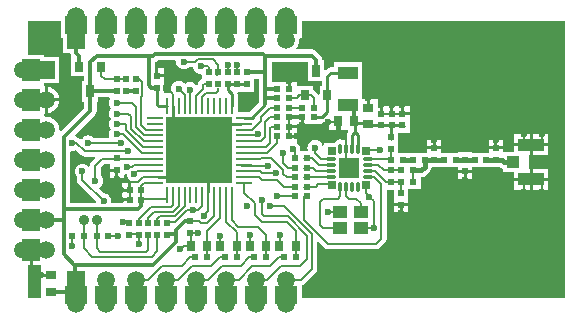
<source format=gtl>
G04*
G04 #@! TF.GenerationSoftware,Altium Limited,Altium Designer,18.1.6 (161)*
G04*
G04 Layer_Physical_Order=1*
G04 Layer_Color=3162822*
%FSLAX44Y44*%
%MOMM*%
G71*
G01*
G75*
%ADD10C,0.2500*%
%ADD11C,0.2000*%
%ADD12R,5.6000X5.6000*%
%ADD13O,1.5000X0.2500*%
%ADD14O,0.2500X1.5000*%
%ADD15R,1.9000X1.5000*%
%ADD16R,1.5000X1.9000*%
%ADD17R,0.5000X0.6000*%
%ADD18R,0.7000X0.7000*%
%ADD19R,0.7000X0.7000*%
%ADD20R,1.7000X1.7000*%
%ADD21O,0.2750X0.9500*%
%ADD22O,0.9500X0.2750*%
%ADD23R,0.8000X0.9000*%
%ADD24R,0.6500X1.1000*%
%ADD25R,0.6500X0.9000*%
%ADD26R,0.9000X0.8000*%
%ADD27R,0.6000X0.5000*%
%ADD28R,1.2000X1.1000*%
%ADD29R,1.7000X1.1000*%
%ADD30R,1.0500X1.0000*%
%ADD31R,2.2000X1.0500*%
%ADD56C,0.3500*%
%ADD57C,0.3000*%
%ADD58C,0.1500*%
%ADD59C,0.4500*%
%ADD60C,1.5000*%
%ADD61R,1.5000X1.5000*%
%ADD62R,1.5000X1.5000*%
%ADD63C,0.9000*%
%ADD64C,0.6000*%
G36*
X32800Y224900D02*
X34800D01*
Y212400D01*
X40702D01*
Y212200D01*
X41090Y210249D01*
X41360Y209845D01*
X41350Y208575D01*
X41350D01*
Y192575D01*
X52247D01*
Y188825D01*
X50850D01*
Y170825D01*
X52247D01*
Y165817D01*
X32646Y146216D01*
X31444Y146810D01*
X31495Y147200D01*
X31117Y150072D01*
X30008Y152747D01*
X28245Y155045D01*
X25947Y156809D01*
X23272Y157917D01*
X20400Y158295D01*
X19855Y158223D01*
X18900Y159060D01*
Y160739D01*
X19150Y160959D01*
Y172600D01*
Y184241D01*
X18900Y184461D01*
Y187000D01*
X31400D01*
Y209000D01*
X18900D01*
Y211000D01*
X4588D01*
Y239412D01*
X32800D01*
Y224900D01*
D02*
G37*
G36*
X73995Y173556D02*
X73997Y173457D01*
X73905Y172269D01*
X73667Y171696D01*
X73444Y170000D01*
X73667Y168303D01*
X74322Y166722D01*
X75260Y165500D01*
X74322Y164278D01*
X73667Y162697D01*
X73444Y161000D01*
X73667Y159303D01*
X74322Y157722D01*
X75260Y156500D01*
X74322Y155278D01*
X73667Y153696D01*
X73444Y152000D01*
X73667Y150303D01*
X74322Y148722D01*
X74975Y147871D01*
X74322Y147021D01*
X73667Y145440D01*
X73444Y143743D01*
X73667Y142046D01*
X73834Y141644D01*
X73128Y140588D01*
X60672D01*
X60636Y140636D01*
X59278Y141678D01*
X57697Y142333D01*
X56000Y142556D01*
X54303Y142333D01*
X52722Y141678D01*
X51364Y140636D01*
X50619Y139665D01*
X49588Y139350D01*
X49001Y139407D01*
X47756Y140239D01*
X46793Y140430D01*
X46636Y140636D01*
X45278Y141678D01*
X44898Y141835D01*
X44651Y143081D01*
X61385Y159815D01*
X62545Y161552D01*
X62953Y163600D01*
Y170825D01*
X64350D01*
Y174727D01*
X73896D01*
X73995Y173556D01*
D02*
G37*
G36*
X49756Y125756D02*
X51244Y124761D01*
X53000Y124412D01*
X61264D01*
X61750Y123238D01*
X58756Y120244D01*
X57761Y118756D01*
X57412Y117000D01*
Y116407D01*
X56142Y115976D01*
X55636Y116636D01*
X54278Y117678D01*
X52697Y118333D01*
X51000Y118556D01*
X49303Y118333D01*
X47722Y117678D01*
X46364Y116636D01*
X45322Y115278D01*
X44667Y113697D01*
X44444Y112000D01*
X44667Y110303D01*
X45322Y108722D01*
X46364Y107364D01*
X46412Y107328D01*
Y105000D01*
X46761Y103244D01*
X47756Y101756D01*
X62452Y87060D01*
X62444Y87000D01*
X62535Y86308D01*
X61698Y85353D01*
X40353D01*
Y128698D01*
X41308Y129535D01*
X42000Y129444D01*
X43697Y129667D01*
X45215Y130296D01*
X49756Y125756D01*
D02*
G37*
G36*
X74000Y114250D02*
X80000D01*
Y113000D01*
X81250D01*
Y106500D01*
X86000D01*
Y109064D01*
X87056Y109770D01*
X87303Y109667D01*
X88509Y109509D01*
X88667Y108303D01*
X89322Y106722D01*
X90364Y105364D01*
X91722Y104322D01*
X93303Y103667D01*
X95000Y103444D01*
X95639Y103528D01*
X96364Y102343D01*
X96129Y102000D01*
X92250D01*
Y96000D01*
X91000D01*
Y94750D01*
X84500D01*
Y90000D01*
Y89250D01*
X91000D01*
Y86750D01*
X84500D01*
Y85353D01*
X76302D01*
X75465Y86308D01*
X75556Y87000D01*
X75333Y88697D01*
X74678Y90278D01*
X73636Y91636D01*
X72278Y92678D01*
X70697Y93333D01*
X69000Y93556D01*
X68940Y93548D01*
X65359Y97129D01*
X65665Y98619D01*
X66636Y99364D01*
X67678Y100722D01*
X68333Y102303D01*
X68556Y104000D01*
X68333Y105697D01*
X67678Y107278D01*
X66636Y108636D01*
X66588Y108672D01*
Y115099D01*
X69401Y117912D01*
X74000D01*
Y114250D01*
D02*
G37*
G36*
X9150Y32600D02*
X15586D01*
X16000Y31502D01*
X16000D01*
Y25252D01*
X24000D01*
Y22752D01*
X16000D01*
Y16502D01*
Y4588D01*
X4588D01*
Y32600D01*
X6650D01*
Y45600D01*
X9150D01*
Y32600D01*
D02*
G37*
G36*
X130502Y205442D02*
X130444Y205000D01*
X130667Y203303D01*
X131322Y201722D01*
X132364Y200364D01*
X133722Y199322D01*
X135303Y198667D01*
X137000Y198444D01*
X138697Y198667D01*
X140278Y199322D01*
X141636Y200364D01*
X141672Y200412D01*
X144521D01*
X144667Y199303D01*
X145322Y197722D01*
X146364Y196364D01*
X147722Y195322D01*
X149303Y194667D01*
X151000Y194444D01*
X151045Y194450D01*
X152000Y193612D01*
Y190076D01*
X150756Y189244D01*
X149756Y188244D01*
X148761Y186756D01*
X148476Y185324D01*
X147619Y184985D01*
X147142Y184976D01*
X146636Y185636D01*
X145278Y186678D01*
X143697Y187333D01*
X142000Y187556D01*
X140303Y187333D01*
X138722Y186678D01*
X138425Y186450D01*
X137166Y186616D01*
X137151Y186636D01*
X135793Y187678D01*
X134212Y188333D01*
X132515Y188556D01*
X130818Y188333D01*
X129237Y187678D01*
X127879Y186636D01*
X126837Y185278D01*
X126182Y183697D01*
X125959Y182000D01*
X126182Y180303D01*
X126292Y180037D01*
X125745Y178850D01*
X124466Y178399D01*
X124353Y178474D01*
X122500Y178843D01*
X121270Y178598D01*
X120000Y179454D01*
Y186500D01*
Y191750D01*
X114000D01*
Y193000D01*
X112750D01*
Y199500D01*
X112353D01*
Y204854D01*
X113048Y204992D01*
X114785Y206152D01*
X115030Y206397D01*
X129665D01*
X130502Y205442D01*
D02*
G37*
G36*
X242250Y188375D02*
X253657D01*
Y184625D01*
X251750D01*
Y177277D01*
X250480Y176892D01*
X250244Y177244D01*
X247619Y179869D01*
X246250Y180784D01*
Y184625D01*
X232750D01*
X232500Y185791D01*
Y188000D01*
X227250D01*
Y182000D01*
X224750D01*
Y188000D01*
X211353D01*
Y193000D01*
X211353Y193000D01*
Y204585D01*
X242250D01*
Y188375D01*
D02*
G37*
G36*
X200647Y182000D02*
Y174000D01*
X200647Y174000D01*
Y170496D01*
X192494Y162343D01*
X182343D01*
Y174000D01*
Y177500D01*
X182198Y178230D01*
X183240Y179500D01*
X188000D01*
Y179500D01*
X196000D01*
Y190647D01*
X200647D01*
Y182000D01*
D02*
G37*
G36*
X238250Y152000D02*
X253500D01*
Y153157D01*
X254000D01*
X255853Y153526D01*
X257425Y154576D01*
X258328Y155479D01*
X259502Y154993D01*
Y147000D01*
X265752D01*
Y155000D01*
X268252D01*
Y147000D01*
X275578D01*
X275948Y145730D01*
X275026Y144350D01*
X274657Y142497D01*
Y139224D01*
X274500Y139095D01*
X272598Y138717D01*
X272000Y138318D01*
X271402Y138717D01*
X269500Y139095D01*
X267598Y138717D01*
X265985Y137640D01*
X265224Y136500D01*
X255500D01*
Y134197D01*
X254230Y133945D01*
X253678Y135278D01*
X252636Y136636D01*
X251278Y137678D01*
X249697Y138333D01*
X248000Y138556D01*
X246303Y138333D01*
X244722Y137678D01*
X243364Y136636D01*
X242322Y135278D01*
X241667Y133697D01*
X241444Y132000D01*
X241667Y130303D01*
X241770Y130056D01*
X241064Y129000D01*
X236249D01*
X235453Y130214D01*
X235556Y131000D01*
X235333Y132697D01*
X234678Y134278D01*
X233636Y135636D01*
X232500Y136507D01*
Y140750D01*
X226000D01*
Y143250D01*
X232500D01*
Y144000D01*
Y148750D01*
X226000D01*
Y151250D01*
X232500D01*
Y152000D01*
X235750D01*
Y158000D01*
X238250D01*
Y152000D01*
D02*
G37*
G36*
X459412Y4588D02*
X236600D01*
Y15691D01*
X237956Y15961D01*
X239444Y16956D01*
X248244Y25756D01*
X249239Y27244D01*
X249588Y29000D01*
Y52264D01*
X250762Y52750D01*
X255756Y47756D01*
X257244Y46761D01*
X259000Y46412D01*
X300000D01*
X301756Y46761D01*
X303244Y47756D01*
X307244Y51756D01*
X308239Y53244D01*
X308588Y55000D01*
Y96500D01*
X315000D01*
Y87500D01*
Y85250D01*
X321000D01*
X327000D01*
Y87500D01*
Y97000D01*
X337500D01*
Y107137D01*
X338000D01*
X340243Y107584D01*
X342146Y108854D01*
X345145Y111854D01*
X346416Y113756D01*
X346763Y115500D01*
X355000D01*
Y116000D01*
X369000D01*
Y113250D01*
X375000D01*
X381000D01*
Y116000D01*
X395000D01*
Y115500D01*
X404385D01*
X405756Y114584D01*
X407000Y114336D01*
Y111500D01*
X416500D01*
Y106500D01*
X429750D01*
Y114000D01*
X429000D01*
Y126000D01*
X429750D01*
Y133500D01*
X416500D01*
Y128500D01*
X407000D01*
Y130750D01*
X395000D01*
Y128000D01*
X381000D01*
Y128500D01*
X369000D01*
Y128000D01*
X355000D01*
Y130750D01*
X343000D01*
Y128000D01*
X318000D01*
Y134500D01*
Y144500D01*
X328000D01*
Y154500D01*
Y159750D01*
X322000D01*
Y161000D01*
X320750D01*
Y167500D01*
X314250D01*
Y161000D01*
X311750D01*
Y167500D01*
X305250D01*
Y161000D01*
X302750D01*
Y167500D01*
X301000D01*
Y173498D01*
X294250D01*
Y165998D01*
X291750D01*
Y173498D01*
X288000D01*
Y175000D01*
X288000D01*
Y191000D01*
X288000D01*
Y204500D01*
X264000D01*
Y200343D01*
X261500D01*
X261500Y200343D01*
X259647Y199974D01*
X258075Y198925D01*
X256923Y197773D01*
X255750Y198258D01*
Y206375D01*
X254278D01*
X253945Y208048D01*
X252785Y209785D01*
X248848Y213722D01*
X247111Y214883D01*
X245063Y215290D01*
X232843D01*
X232217Y216560D01*
X233209Y217852D01*
X234317Y220528D01*
X234695Y223400D01*
X234623Y223945D01*
X235460Y224900D01*
X236600D01*
Y239412D01*
X459412D01*
Y4588D01*
D02*
G37*
%LPC*%
G36*
X21650Y183530D02*
Y173850D01*
X31330D01*
X31117Y175472D01*
X30008Y178148D01*
X28245Y180445D01*
X25947Y182208D01*
X23272Y183317D01*
X21650Y183530D01*
D02*
G37*
G36*
X31330Y171350D02*
X21650D01*
Y161670D01*
X23272Y161883D01*
X25947Y162992D01*
X28245Y164755D01*
X30008Y167052D01*
X31117Y169728D01*
X31330Y171350D01*
D02*
G37*
G36*
X78750Y111750D02*
X74000D01*
Y106500D01*
X78750D01*
Y111750D01*
D02*
G37*
G36*
X89750Y102000D02*
X84500D01*
Y97250D01*
X89750D01*
Y102000D01*
D02*
G37*
G36*
X120000Y199500D02*
X115250D01*
Y194250D01*
X120000D01*
Y199500D01*
D02*
G37*
G36*
X328000Y167500D02*
X323250D01*
Y162250D01*
X328000D01*
Y167500D01*
D02*
G37*
G36*
X445500Y143500D02*
X432250D01*
Y136000D01*
X445500D01*
Y143500D01*
D02*
G37*
G36*
X429750D02*
X416500D01*
Y136000D01*
X429750D01*
Y143500D01*
D02*
G37*
G36*
X355000Y138500D02*
X350250D01*
Y133250D01*
X355000D01*
Y138500D01*
D02*
G37*
G36*
X347750D02*
X343000D01*
Y133250D01*
X347750D01*
Y138500D01*
D02*
G37*
G36*
X407000Y138500D02*
X402250D01*
Y133250D01*
X407000D01*
Y138500D01*
D02*
G37*
G36*
X399750D02*
X395000D01*
Y133250D01*
X399750D01*
Y138500D01*
D02*
G37*
G36*
X445500Y133500D02*
X432250D01*
Y126000D01*
X445500D01*
Y133500D01*
D02*
G37*
G36*
Y114000D02*
X432250D01*
Y106500D01*
X445500D01*
Y114000D01*
D02*
G37*
G36*
X381000Y110750D02*
X376250D01*
Y105500D01*
X381000D01*
Y110750D01*
D02*
G37*
G36*
X373750D02*
X369000D01*
Y105500D01*
X373750D01*
Y110750D01*
D02*
G37*
G36*
X445500Y104000D02*
X432250D01*
Y96500D01*
X445500D01*
Y104000D01*
D02*
G37*
G36*
X429750D02*
X416500D01*
Y96500D01*
X429750D01*
Y104000D01*
D02*
G37*
G36*
X327000Y82750D02*
X322250D01*
Y77500D01*
X327000D01*
Y82750D01*
D02*
G37*
G36*
X319750D02*
X315000D01*
Y77500D01*
X319750D01*
Y82750D01*
D02*
G37*
%LPD*%
D10*
X157500Y94750D02*
Y122500D01*
X194500Y157500D02*
X206000Y169000D01*
X187750Y157500D02*
X194500D01*
X115250Y167750D02*
X122500D01*
X114000Y169000D02*
X115250Y167750D01*
X114000Y169000D02*
Y183000D01*
X182000Y186000D02*
X190000D01*
X174000D02*
X182000D01*
X190000D02*
X190000Y186000D01*
X174000Y181000D02*
Y186000D01*
Y181000D02*
X177500Y177500D01*
Y167750D02*
Y177500D01*
X127500Y152500D02*
Y167750D01*
Y107500D02*
X128000Y108000D01*
X114750Y107500D02*
X127500D01*
X258000Y169000D02*
Y176625D01*
X247000Y157000D02*
X248000Y158000D01*
X258000Y162000D02*
Y169000D01*
X254000Y158000D02*
X258000Y162000D01*
X248000Y158000D02*
X254000D01*
X313500Y151000D02*
X322500D01*
X292498Y153000D02*
X294499Y151000D01*
X312500D01*
Y139500D02*
Y151000D01*
X258000Y169000D02*
X258000Y169000D01*
X282000Y154002D02*
X283002Y153000D01*
X282000Y144997D02*
X282002Y144998D01*
X279500Y142497D02*
X282000Y144997D01*
X281002Y155000D02*
X282000Y154002D01*
Y144997D02*
Y154002D01*
X284500Y130750D02*
Y142500D01*
X282002Y144998D02*
X284500Y142500D01*
X279500Y130750D02*
Y142497D01*
X291998Y153000D02*
X293000Y151998D01*
X283002Y153000D02*
X291998D01*
X258500Y192500D02*
X261500Y195500D01*
X258500Y176625D02*
Y192500D01*
X261500Y195500D02*
X276000D01*
X322500Y151000D02*
X323000Y150500D01*
X172500Y152500D02*
X185250D01*
X128000Y152000D02*
X139000Y141000D01*
X150000Y130000D02*
X157500Y122500D01*
X161000Y141000D02*
X172000Y152000D01*
D11*
X97500Y112500D02*
X112250D01*
X95000Y110000D02*
X97500Y112500D01*
X102382Y107250D02*
X114500D01*
X98132Y103000D02*
X102382Y107250D01*
X103500Y102500D02*
X112250D01*
X101000Y100000D02*
X103500Y102500D01*
X89000Y116000D02*
X93000D01*
X94500Y117500D01*
X112250D01*
X114750D01*
X291000Y93500D02*
Y101000D01*
X274500Y117500D02*
Y130750D01*
X85000Y69000D02*
X90500D01*
X157500Y78500D02*
Y92250D01*
X154000Y75000D02*
X157500Y78500D01*
X154000Y74000D02*
Y75000D01*
X122500Y69000D02*
X129657D01*
X152500Y82500D02*
Y92250D01*
X149000Y79000D02*
X152500Y82500D01*
X145000Y79000D02*
X149000D01*
X162500Y74015D02*
Y92250D01*
X156485Y68000D02*
X162500Y74015D01*
X151515Y68000D02*
X156485D01*
X149515Y70000D02*
X151515Y68000D01*
X142500Y70000D02*
X149515D01*
X152500Y92250D02*
Y94750D01*
X101000Y88500D02*
X122500D01*
X100200Y96200D02*
X101000Y97000D01*
X132500Y83157D02*
Y92250D01*
X127343Y78000D02*
X132500Y83157D01*
X112000Y78000D02*
X127343D01*
X137500Y82500D02*
Y92250D01*
X129000Y74000D02*
X137500Y82500D01*
X116500Y74000D02*
X129000D01*
X139657Y79000D02*
X145000D01*
X129657Y69000D02*
X139657Y79000D01*
X106500Y72500D02*
X112000Y78000D01*
X114500Y72000D02*
X116500Y74000D01*
X106500Y69000D02*
Y72500D01*
X114500Y69000D02*
Y72000D01*
X101000Y88500D02*
Y95000D01*
Y88000D02*
Y88500D01*
X127500Y92250D02*
Y94750D01*
X132500Y92250D02*
Y94750D01*
X137500Y92250D02*
Y94750D01*
X202000Y158000D02*
X210000Y166000D01*
X202000Y154490D02*
Y158000D01*
X195010Y147500D02*
X202000Y154490D01*
X210000Y158000D02*
X216000D01*
X206000Y154000D02*
X210000Y158000D01*
X206000Y141000D02*
Y154000D01*
X185750Y117000D02*
X208000D01*
X229000Y131000D02*
X231000Y129000D01*
Y123000D02*
Y129000D01*
X187750Y107500D02*
X200500D01*
X185250D02*
X187750D01*
X185250Y112500D02*
X201157D01*
X202657Y111000D01*
X215000D01*
X203000Y105000D02*
X216000D01*
X200500Y107500D02*
X203000Y105000D01*
X224000Y107000D02*
X231000D01*
X221000Y110000D02*
X224000Y107000D01*
X221000Y110000D02*
Y113485D01*
X210985Y123500D02*
X221000Y113485D01*
X202500Y123500D02*
X210985D01*
X198500Y142500D02*
X200000Y144000D01*
X187750Y142500D02*
X198500D01*
X202500Y137500D02*
X206000Y141000D01*
X187750Y137500D02*
X202500D01*
X206657Y132500D02*
X210000Y135843D01*
X187750Y132500D02*
X206657D01*
X201500Y122500D02*
X202500Y123500D01*
X207314Y127500D02*
X216000Y136186D01*
X187750Y127500D02*
X207314D01*
X216000Y136186D02*
Y142000D01*
X187750Y122500D02*
X201500D01*
X210000Y166000D02*
X216000D01*
X187750Y147500D02*
X195010D01*
X210000Y135843D02*
Y149000D01*
X211000Y150000D01*
X216000D01*
X185250Y117500D02*
X185750Y117000D01*
X221000Y119142D02*
X225142Y115000D01*
X229000D01*
X221000Y119142D02*
Y128000D01*
X185250Y122500D02*
X187750D01*
X248000Y127500D02*
Y132000D01*
Y127500D02*
X253000Y122500D01*
X216000Y91000D02*
X229000D01*
X197000Y75000D02*
Y85000D01*
X188000Y94000D02*
X197000Y85000D01*
X188000Y94000D02*
Y102250D01*
X187750Y102500D02*
X188000Y102250D01*
X185250Y102500D02*
X187750D01*
X185250Y137500D02*
X187750D01*
X185250Y132500D02*
X187750D01*
X158000Y196000D02*
Y200000D01*
X157000Y201000D02*
X158000Y200000D01*
X151000Y201000D02*
X157000D01*
X161485Y207000D02*
X166000Y202485D01*
X148515Y207000D02*
X161485D01*
X165000Y194000D02*
Y196000D01*
X146515Y205000D02*
X148515Y207000D01*
X137000Y205000D02*
X146515D01*
X182000Y202000D02*
X182000Y202000D01*
Y196000D02*
Y202000D01*
X166000Y196000D02*
Y202485D01*
X174000Y196000D02*
Y202000D01*
X132515Y182000D02*
X137500Y177015D01*
X142500Y167750D02*
Y180500D01*
X142000Y181000D02*
X142500Y180500D01*
X137500Y167750D02*
Y177015D01*
X127500Y167750D02*
Y177500D01*
X122000Y183000D02*
X127500Y177500D01*
X122000Y183000D02*
Y192000D01*
X121000Y193000D02*
X122000Y192000D01*
X114000Y193000D02*
X121000D01*
X99250Y190000D02*
X101500Y187750D01*
Y175757D02*
Y187750D01*
X96000Y190000D02*
X99250D01*
X162500Y92250D02*
Y94750D01*
X122500Y92250D02*
Y94750D01*
Y88500D02*
Y92250D01*
X112250Y102500D02*
X114750D01*
X147500Y176015D02*
X153000Y181515D01*
Y185000D01*
X154000Y186000D01*
X158000D01*
X155392Y178250D02*
X163750D01*
X152500Y175358D02*
X155392Y178250D01*
X166000Y180500D02*
Y183000D01*
X163750Y178250D02*
X166000Y180500D01*
X152500Y165250D02*
Y167750D01*
Y175358D01*
X147500Y165250D02*
Y167750D01*
Y176015D01*
X112250Y112500D02*
X114750D01*
X157500Y92250D02*
Y94750D01*
X101000Y151490D02*
X104990Y147500D01*
X101000Y151490D02*
Y175257D01*
X104990Y147500D02*
X112250D01*
X96000Y150000D02*
Y167000D01*
Y150000D02*
X103500Y142500D01*
X112250Y137500D02*
X114750D01*
X102843D02*
X112250D01*
X80000Y143743D02*
X85287D01*
X88000Y146686D02*
Y151000D01*
Y146686D02*
X102186Y132500D01*
X92000Y148343D02*
Y152657D01*
X85287Y143743D02*
X101530Y127500D01*
X114750D01*
X102186Y132500D02*
X114750D01*
X92000Y152657D02*
Y159000D01*
X92000Y152657D02*
X92000Y152657D01*
X92000Y148343D02*
X102843Y137500D01*
X112250Y142500D02*
X114750D01*
X103500D02*
X112250D01*
Y147500D02*
X114750D01*
X101000Y175257D02*
X101500Y175757D01*
X224000Y69000D02*
X231598Y61402D01*
X203000Y69000D02*
X224000D01*
X197000Y75000D02*
X203000Y69000D01*
X224657Y74000D02*
X241000Y57657D01*
X205000Y74000D02*
X224657D01*
X203000Y76000D02*
X205000Y74000D01*
X221314Y83000D02*
X245000Y59314D01*
X210000Y83000D02*
X221314D01*
X200000Y65000D02*
X206598Y58402D01*
X183000Y65000D02*
X200000D01*
X177500Y70500D02*
X183000Y65000D01*
X177500Y70500D02*
Y94750D01*
X181598Y49200D02*
Y60402D01*
X172500Y69500D02*
X181598Y60402D01*
X172500Y69500D02*
Y94750D01*
X259000Y154000D02*
X266000D01*
X269000Y144000D02*
Y153002D01*
X294000Y90500D02*
X297750Y86750D01*
X291000Y93500D02*
X294000Y90500D01*
X91000Y88000D02*
X91000Y88000D01*
X84000Y88000D02*
X91000D01*
X16000Y24000D02*
X16002Y24002D01*
X24000D01*
X134000Y46000D02*
X137200Y49200D01*
X142598D01*
X142500Y60000D02*
X149000D01*
X142500D02*
X142598Y59902D01*
Y49200D02*
Y59902D01*
X440000Y134750D02*
Y144000D01*
X425000Y134750D02*
Y144000D01*
X440000Y95000D02*
Y104250D01*
X425000Y95000D02*
Y104250D01*
X259000Y78000D02*
X269500D01*
X252000Y67000D02*
Y86000D01*
Y67000D02*
X255000Y64000D01*
X252000Y86000D02*
X255000Y89000D01*
X321000Y84000D02*
X321000Y84000D01*
Y77000D02*
Y84000D01*
X401000Y132000D02*
X401000Y132000D01*
X401000Y132000D02*
Y139000D01*
X375000Y112000D02*
X375000Y112000D01*
Y105000D02*
Y112000D01*
X349000Y132000D02*
X349000Y132000D01*
X349000Y132000D02*
Y139000D01*
X266000Y154000D02*
X266000Y154000D01*
X226000Y150000D02*
Y158000D01*
Y142000D02*
Y150000D01*
Y142000D02*
X226000Y142000D01*
X233000D01*
X237000Y158000D02*
X237000Y158000D01*
Y151000D02*
Y158000D01*
X226000Y182000D02*
X226000Y182000D01*
X226000Y182000D02*
Y189000D01*
X80000Y113000D02*
X80000Y113000D01*
Y106000D02*
Y113000D01*
X91000Y96000D02*
X91000Y96000D01*
X84000Y96000D02*
X91000D01*
X218000Y49602D02*
Y58000D01*
X217598Y49200D02*
X218000Y49602D01*
X193000D02*
Y58000D01*
X192598Y49200D02*
X193000Y49602D01*
X51000Y105000D02*
X69000Y87000D01*
X51000Y105000D02*
Y112000D01*
X167500Y72500D02*
Y94750D01*
X156598Y61598D02*
X167500Y72500D01*
X156598Y49200D02*
Y61598D01*
X322000Y161000D02*
X322500D01*
X313000D02*
X322000D01*
X304500D02*
X313000D01*
X322000D02*
Y168000D01*
X313000Y161000D02*
Y168000D01*
X304000Y161000D02*
Y168000D01*
X293000Y174000D02*
X293000Y174000D01*
Y165998D02*
Y174000D01*
X267002Y155000D02*
X269000Y153002D01*
X269500Y144000D02*
X274500Y139000D01*
X269000Y144000D02*
X269500D01*
X174000Y202000D02*
Y203000D01*
Y202000D02*
X174000Y202000D01*
X67500Y122500D02*
X114750D01*
X51250Y57002D02*
X52250Y58002D01*
X63250Y57502D02*
X63750Y57002D01*
X63000Y56252D02*
X63750Y57002D01*
X414750Y121000D02*
X415750Y120000D01*
X224000Y166000D02*
X237000D01*
X247000D02*
Y174000D01*
Y165000D02*
Y166000D01*
X233625Y176625D02*
X239500D01*
X233000Y174000D02*
X235625Y176625D01*
X226000Y174000D02*
X233000D01*
X239500Y176625D02*
X244375D01*
X247000Y174000D01*
X91000Y102000D02*
X92000Y103000D01*
X222000Y99000D02*
X229000D01*
X216000Y105000D02*
X222000Y99000D01*
X239000Y123000D02*
X239000Y123000D01*
X245500D01*
X239000Y115000D02*
X246500D01*
X239000Y107000D02*
X239500Y107500D01*
X250500Y101000D02*
X263000D01*
X239000Y99000D02*
X248500D01*
X250500Y101000D01*
X292000Y130000D02*
X303000D01*
X291500Y129500D02*
X292000Y130000D01*
X320000Y103000D02*
X321000Y104000D01*
Y103000D02*
Y104000D01*
Y95000D02*
Y103000D01*
X306000Y113000D02*
X312000D01*
X301500Y117500D02*
X306000Y113000D01*
X295000Y117500D02*
X301500D01*
X298657Y112500D02*
X308157Y103000D01*
X295000Y112500D02*
X298657D01*
X298000Y107500D02*
X304000Y101500D01*
X292750Y107500D02*
X298000D01*
X255000Y64000D02*
X269500D01*
X255000Y89000D02*
X267500D01*
X308157Y103000D02*
X312000D01*
X98500Y50500D02*
Y59000D01*
X122500Y69000D02*
X122500Y69000D01*
X90500Y59000D02*
X98500D01*
X91000Y88000D02*
Y96000D01*
Y102000D01*
X114500Y44500D02*
Y59000D01*
X106500Y45500D02*
Y59000D01*
X231598Y49200D02*
X231600Y49198D01*
Y39200D02*
Y49198D01*
X231598Y49200D02*
Y61402D01*
X206598Y49200D02*
Y58402D01*
X167598Y49200D02*
Y57598D01*
X206598Y39202D02*
Y49200D01*
X181598Y39202D02*
X181600Y39200D01*
X181598Y39202D02*
Y49200D01*
X156598Y39202D02*
X156600Y39200D01*
X156598Y39202D02*
Y49200D01*
X52000Y47000D02*
Y57000D01*
X63000Y47000D02*
Y57000D01*
X52250Y58002D02*
Y71000D01*
X63250Y57502D02*
Y71000D01*
X245500Y123000D02*
X251000Y117500D01*
X249000Y112500D02*
X261250D01*
X239500Y107500D02*
X261250D01*
X251000Y117500D02*
X261250D01*
X274500Y99250D02*
Y100000D01*
X269500Y99250D02*
Y100000D01*
X274500Y130750D02*
Y139000D01*
X295000Y122500D02*
X312000D01*
X312500Y122000D01*
Y129500D01*
X331000Y104000D02*
Y113000D01*
X312000D02*
X321000D01*
X312000Y113000D02*
X312000Y113000D01*
X321000Y95000D02*
X321000Y95000D01*
X312000Y103000D02*
X320000D01*
X283000Y89000D02*
X286500Y85500D01*
Y78000D02*
Y85500D01*
X122500Y165250D02*
X122550Y165300D01*
X267500Y89000D02*
X269500Y91000D01*
X274500Y91000D02*
X276500Y89000D01*
X283000D01*
X261250Y107500D02*
X262000D01*
X261250Y112500D02*
X262000D01*
X269500Y91000D02*
Y99250D01*
X261250Y117500D02*
X262000D01*
X274500Y91000D02*
Y99250D01*
X172000Y152000D02*
X172500Y152500D01*
X114500Y107250D02*
X114750Y107500D01*
X246500Y115000D02*
X249000Y112500D01*
X253000Y122500D02*
X261250D01*
X274500Y117500D02*
X277000Y115000D01*
X92000Y103000D02*
X98132D01*
X101000Y97000D02*
Y100000D01*
X94632Y109000D02*
X95000Y109368D01*
X203000Y76000D02*
Y88000D01*
X139000Y119000D02*
X150000Y130000D01*
X127500Y152500D02*
X128000Y152000D01*
X150000Y130000D02*
X161000Y141000D01*
X139000D02*
X150000Y130000D01*
X95000Y109368D02*
Y110000D01*
X128000Y108000D02*
X139000Y119000D01*
X80000Y170000D02*
X80000Y170000D01*
X93000D01*
X96000Y167000D01*
X67100Y192900D02*
Y200575D01*
Y192900D02*
X70000Y190000D01*
X80000D01*
X88000D01*
X88000Y190000D01*
X63000Y47000D02*
X66000Y44000D01*
X105000D01*
X106500Y45500D01*
X52000Y47000D02*
X59000Y40000D01*
X110000D01*
X114500Y44500D01*
X198200Y20200D02*
X207200D01*
X241000Y37700D02*
Y57657D01*
X223600Y20200D02*
X236200D01*
X245000Y29000D01*
Y59314D01*
X207200Y20200D02*
X219000Y32000D01*
X235300D01*
X241000Y37700D01*
X183200Y20200D02*
X195000Y32000D01*
X172800Y20200D02*
X183200D01*
X195000Y32000D02*
X210000D01*
X217200Y39200D01*
X221600D01*
X147400Y20200D02*
X157200D01*
X169000Y32000D01*
X185000D01*
X192200Y39200D01*
X196600D01*
X122000Y20200D02*
X132200D01*
X144000Y32000D01*
X160000D01*
X167200Y39200D01*
X171600D01*
X96600Y20200D02*
X106200D01*
X118000Y32000D01*
X135000D01*
X142200Y39200D01*
X146600D01*
X42000Y57000D02*
X42000Y57000D01*
X42000Y49000D02*
Y57000D01*
X73000Y57000D02*
X81000D01*
X46000Y136000D02*
X53000Y129000D01*
X90000D01*
X56000Y136000D02*
X84000D01*
X80000Y161000D02*
X90000D01*
X92000Y159000D01*
X42000Y136000D02*
X46000D01*
X80000Y152000D02*
X87000D01*
X88000Y151000D01*
X62000Y117000D02*
X67500Y122500D01*
X62000Y104000D02*
Y117000D01*
X239000Y71000D02*
Y91000D01*
X286500Y64000D02*
X297750D01*
Y86750D01*
X304000Y55000D02*
Y101500D01*
X239000Y71000D02*
X259000Y51000D01*
X300000D01*
X304000Y55000D01*
D12*
X150000Y130000D02*
D03*
D13*
X112250Y102500D02*
D03*
Y107500D02*
D03*
Y112500D02*
D03*
Y117500D02*
D03*
Y122500D02*
D03*
Y127500D02*
D03*
Y132500D02*
D03*
Y137500D02*
D03*
Y142500D02*
D03*
Y147500D02*
D03*
Y152500D02*
D03*
Y157500D02*
D03*
X187750D02*
D03*
Y152500D02*
D03*
Y147500D02*
D03*
Y142500D02*
D03*
Y137500D02*
D03*
Y132500D02*
D03*
Y127500D02*
D03*
Y122500D02*
D03*
Y117500D02*
D03*
Y112500D02*
D03*
Y107500D02*
D03*
Y102500D02*
D03*
D14*
X122500Y167750D02*
D03*
X127500D02*
D03*
X132500D02*
D03*
X137500D02*
D03*
X142500D02*
D03*
X147500D02*
D03*
X152500D02*
D03*
X157500D02*
D03*
X162500D02*
D03*
X167500D02*
D03*
X172500D02*
D03*
X177500D02*
D03*
Y92250D02*
D03*
X172500D02*
D03*
X167500D02*
D03*
X162500D02*
D03*
X157500D02*
D03*
X152500D02*
D03*
X147500D02*
D03*
X142500D02*
D03*
X137500D02*
D03*
X132500D02*
D03*
X127500D02*
D03*
X122500D02*
D03*
D15*
X45800Y235900D02*
D03*
X223600D02*
D03*
X198200D02*
D03*
X172800D02*
D03*
X147400D02*
D03*
X122000D02*
D03*
X96600D02*
D03*
X71200D02*
D03*
Y7700D02*
D03*
X96600D02*
D03*
X122000D02*
D03*
X147400D02*
D03*
X172800D02*
D03*
X198200D02*
D03*
X223600D02*
D03*
X45800D02*
D03*
D16*
X7900Y198000D02*
D03*
Y45600D02*
D03*
Y71000D02*
D03*
Y96400D02*
D03*
Y121800D02*
D03*
Y147200D02*
D03*
Y172600D02*
D03*
D17*
X122500Y58000D02*
D03*
Y68000D02*
D03*
X401000Y132000D02*
D03*
Y122000D02*
D03*
X375000Y112000D02*
D03*
Y122000D02*
D03*
X349000Y132000D02*
D03*
Y122000D02*
D03*
X312000Y131000D02*
D03*
Y141000D02*
D03*
X321000Y84000D02*
D03*
Y94000D02*
D03*
X312000Y103000D02*
D03*
Y113000D02*
D03*
X114000Y193000D02*
D03*
Y183000D02*
D03*
X142500Y60000D02*
D03*
Y70000D02*
D03*
X304000Y161000D02*
D03*
Y151000D02*
D03*
X313000Y161000D02*
D03*
Y151000D02*
D03*
X322000Y161000D02*
D03*
Y151000D02*
D03*
X80000Y190000D02*
D03*
Y180000D02*
D03*
X88000Y180000D02*
D03*
Y190000D02*
D03*
X190000Y186000D02*
D03*
Y196000D02*
D03*
X96000Y190000D02*
D03*
Y180000D02*
D03*
X174000Y196000D02*
D03*
Y186000D02*
D03*
X182000Y196000D02*
D03*
Y186000D02*
D03*
X166000Y196000D02*
D03*
Y186000D02*
D03*
X158000Y196000D02*
D03*
Y186000D02*
D03*
X98500Y68000D02*
D03*
Y58000D02*
D03*
X80000Y113000D02*
D03*
Y123000D02*
D03*
X90500Y68000D02*
D03*
Y58000D02*
D03*
X114500Y68000D02*
D03*
Y58000D02*
D03*
X106500Y58000D02*
D03*
Y68000D02*
D03*
D18*
X262500Y100500D02*
D03*
X291500Y129500D02*
D03*
D19*
X262500D02*
D03*
X291500Y100500D02*
D03*
D20*
X277000Y115000D02*
D03*
D21*
X284500Y99250D02*
D03*
X279500D02*
D03*
X274500D02*
D03*
X269500D02*
D03*
Y130750D02*
D03*
X274500D02*
D03*
X279500D02*
D03*
X284500D02*
D03*
D22*
X261250Y107500D02*
D03*
Y112500D02*
D03*
Y117500D02*
D03*
Y122500D02*
D03*
X292750D02*
D03*
Y117500D02*
D03*
Y112500D02*
D03*
Y107500D02*
D03*
D23*
X281002Y155000D02*
D03*
X267002D02*
D03*
X142598Y49200D02*
D03*
X156598D02*
D03*
X167598D02*
D03*
X181598D02*
D03*
X192598D02*
D03*
X206598D02*
D03*
X217598D02*
D03*
X231598D02*
D03*
D24*
X249000Y197375D02*
D03*
X57600Y179825D02*
D03*
D25*
X258500Y176625D02*
D03*
X239500D02*
D03*
X48100Y200575D02*
D03*
X67100D02*
D03*
D26*
X24000Y24002D02*
D03*
Y10002D02*
D03*
X293000Y151998D02*
D03*
Y165998D02*
D03*
D27*
X393000Y122000D02*
D03*
X383000D02*
D03*
X367000D02*
D03*
X357000D02*
D03*
X322500D02*
D03*
X312500D02*
D03*
X341000D02*
D03*
X331000D02*
D03*
Y103000D02*
D03*
X321000D02*
D03*
X331000Y113000D02*
D03*
X321000D02*
D03*
X237000Y158000D02*
D03*
X247000D02*
D03*
X226000Y182000D02*
D03*
X216000D02*
D03*
X91000Y88000D02*
D03*
X101000D02*
D03*
X91000Y96000D02*
D03*
X101000D02*
D03*
X42000Y57000D02*
D03*
X52000D02*
D03*
X73000Y57000D02*
D03*
X63000D02*
D03*
X226000Y174000D02*
D03*
X216000D02*
D03*
X237000Y166000D02*
D03*
X247000D02*
D03*
X146600Y39200D02*
D03*
X156600D02*
D03*
X216000Y142000D02*
D03*
X226000D02*
D03*
X171600Y39200D02*
D03*
X181600D02*
D03*
X216000Y150000D02*
D03*
X226000D02*
D03*
X196600Y39200D02*
D03*
X206600D02*
D03*
X216000Y158000D02*
D03*
X226000D02*
D03*
X221600Y39200D02*
D03*
X231600D02*
D03*
X241000Y99000D02*
D03*
X231000D02*
D03*
X241000Y123000D02*
D03*
X231000D02*
D03*
X241000Y115000D02*
D03*
X231000D02*
D03*
X241000Y107000D02*
D03*
X231000D02*
D03*
X216000Y166000D02*
D03*
X226000D02*
D03*
X231000Y91000D02*
D03*
X241000D02*
D03*
D28*
X286500Y64000D02*
D03*
X269500D02*
D03*
Y78000D02*
D03*
X286500D02*
D03*
D29*
X276000Y195500D02*
D03*
Y168500D02*
D03*
D30*
X415750Y120000D02*
D03*
D31*
X431000Y105250D02*
D03*
Y134750D02*
D03*
D56*
X122500Y59000D02*
X130000D01*
X137500Y70000D02*
X142500D01*
X130000Y62500D02*
X137500Y70000D01*
X101000Y83000D02*
Y88000D01*
X112812Y211750D02*
X204188D01*
X109000Y183000D02*
X114000D01*
X107000Y185000D02*
X109000Y183000D01*
X107000Y185000D02*
Y209937D01*
X111000D01*
X62962D02*
X106000D01*
X57600Y204575D02*
X62962Y209937D01*
X204188Y211750D02*
X206000Y209937D01*
X111000D02*
X112812Y211750D01*
X130000Y52000D02*
Y59000D01*
X111000Y33000D02*
X130000Y52000D01*
Y59000D02*
Y62500D01*
X98000Y80000D02*
X101000Y83000D01*
X35000Y80000D02*
X98000D01*
X35000Y71000D02*
Y80000D01*
X206000Y209937D02*
X245063D01*
X206000Y193000D02*
Y209937D01*
X245063D02*
X249000Y206000D01*
Y197375D02*
Y206000D01*
X20400Y71000D02*
X35000D01*
X57600Y179825D02*
Y204575D01*
X206000Y174000D02*
X214000D01*
X206000Y169000D02*
Y174000D01*
X206000Y182000D02*
X214000D01*
X206000Y174000D02*
Y182000D01*
X206000Y174000D02*
X206000Y174000D01*
X190000Y196000D02*
X206000D01*
X206000Y193000D02*
X206000Y193000D01*
Y182000D02*
Y193000D01*
X45000Y21000D02*
X45800Y20200D01*
X35000Y42000D02*
Y71000D01*
X45000Y21000D02*
Y32000D01*
X35000Y42000D02*
X44000Y33000D01*
X45000Y32000D01*
X44000Y33000D02*
X111000D01*
X35000Y141000D02*
X57600Y163600D01*
Y179825D01*
X35000Y81000D02*
Y141000D01*
D57*
X57600Y179825D02*
X80000D01*
X26000Y12002D02*
X28002Y10000D01*
X43500D02*
X45800Y7700D01*
X28002Y10000D02*
X43500D01*
X48100Y200575D02*
Y209900D01*
X45800Y212200D02*
Y223400D01*
X276000Y168500D02*
X281002Y163498D01*
Y155000D02*
Y163498D01*
X45800Y212200D02*
X48100Y209900D01*
X88000Y180000D02*
X96000D01*
X96000Y180000D01*
X226000Y158000D02*
X237000D01*
D58*
X127500Y83500D02*
Y92250D01*
X126000Y82000D02*
X127500Y83500D01*
X109000Y82000D02*
X126000D01*
X98500Y68000D02*
Y71500D01*
X109000Y82000D01*
X206598Y39202D02*
X206600Y39200D01*
D59*
X408000Y120000D02*
X415750D01*
X406000Y122000D02*
X408000Y120000D01*
X401000Y122000D02*
X406000D01*
X322500D02*
X331000D01*
Y113000D02*
X338000D01*
X341000Y116000D01*
Y122000D01*
X357000D01*
X367000D02*
X375000D01*
X375000Y122000D01*
X383000D01*
X383000Y122000D01*
X393000D02*
X401000D01*
D60*
X45800Y243400D02*
D03*
X223600D02*
D03*
Y223400D02*
D03*
X198200Y243400D02*
D03*
Y223400D02*
D03*
X172800Y243400D02*
D03*
Y223400D02*
D03*
X147400Y243400D02*
D03*
Y223400D02*
D03*
X122000Y243400D02*
D03*
Y223400D02*
D03*
X96600Y243400D02*
D03*
Y223400D02*
D03*
X71200Y243400D02*
D03*
Y223400D02*
D03*
X400Y198000D02*
D03*
Y45600D02*
D03*
X20400D02*
D03*
X400Y71000D02*
D03*
X20400D02*
D03*
X400Y96400D02*
D03*
X20400D02*
D03*
X400Y121800D02*
D03*
X20400D02*
D03*
X400Y147200D02*
D03*
X20400D02*
D03*
X400Y172600D02*
D03*
X20400D02*
D03*
X71200Y20200D02*
D03*
Y200D02*
D03*
X96600Y20200D02*
D03*
Y200D02*
D03*
X122000Y20200D02*
D03*
Y200D02*
D03*
X147400Y20200D02*
D03*
Y200D02*
D03*
X172800Y20200D02*
D03*
Y200D02*
D03*
X198200Y20200D02*
D03*
Y200D02*
D03*
X223600Y20200D02*
D03*
Y200D02*
D03*
X45800D02*
D03*
D61*
Y223400D02*
D03*
Y20200D02*
D03*
D62*
X20400Y198000D02*
D03*
D63*
X63250Y71000D02*
D03*
X52250D02*
D03*
D64*
X154000Y74000D02*
D03*
X145000Y79000D02*
D03*
X200000Y144000D02*
D03*
X208000Y117000D02*
D03*
X215000Y111000D02*
D03*
X221000Y128000D02*
D03*
X229000Y131000D02*
D03*
X248000Y132000D02*
D03*
X216000Y91000D02*
D03*
X151000Y201000D02*
D03*
X132515Y182000D02*
D03*
X142000Y181000D02*
D03*
X122000Y183000D02*
D03*
X137000Y205000D02*
D03*
X172000Y152000D02*
D03*
Y141000D02*
D03*
Y130000D02*
D03*
Y119000D02*
D03*
Y108000D02*
D03*
X161000Y152000D02*
D03*
Y141000D02*
D03*
Y130000D02*
D03*
Y119000D02*
D03*
Y108000D02*
D03*
X150000Y152000D02*
D03*
Y141000D02*
D03*
Y130000D02*
D03*
Y119000D02*
D03*
Y108000D02*
D03*
X139000Y152000D02*
D03*
Y141000D02*
D03*
Y130000D02*
D03*
Y119000D02*
D03*
Y108000D02*
D03*
X128000Y152000D02*
D03*
Y141000D02*
D03*
Y130000D02*
D03*
Y119000D02*
D03*
Y108000D02*
D03*
X68000Y167000D02*
D03*
X198000Y173000D02*
D03*
X190000Y83000D02*
D03*
X84000Y88000D02*
D03*
X16000Y24000D02*
D03*
X134000Y46000D02*
D03*
X149000Y60000D02*
D03*
X440000Y144000D02*
D03*
X425000D02*
D03*
X440000Y95000D02*
D03*
X425000D02*
D03*
X297750Y64000D02*
D03*
X259000Y78000D02*
D03*
X294000Y90500D02*
D03*
X321000Y77000D02*
D03*
X401000Y139000D02*
D03*
X375000Y105000D02*
D03*
X349000Y139000D02*
D03*
X259000Y154000D02*
D03*
X233000Y142000D02*
D03*
X237000Y151000D02*
D03*
X226000Y189000D02*
D03*
X80000Y106000D02*
D03*
X84000Y96000D02*
D03*
X85000Y69000D02*
D03*
X218000Y58000D02*
D03*
X193000D02*
D03*
X51000Y112000D02*
D03*
X69000Y87000D02*
D03*
X167598Y57598D02*
D03*
X322000Y168000D02*
D03*
X313000D02*
D03*
X304000Y168000D02*
D03*
X293000Y174000D02*
D03*
X269000Y144000D02*
D03*
X174000Y202000D02*
D03*
X440702Y221552D02*
D03*
X450702Y201552D02*
D03*
X440702Y181552D02*
D03*
X450702Y161552D02*
D03*
Y121552D02*
D03*
Y81552D02*
D03*
X440702Y61552D02*
D03*
X450702Y41552D02*
D03*
X440702Y21552D02*
D03*
X420702Y221552D02*
D03*
X430702Y201552D02*
D03*
X420702Y181552D02*
D03*
X430702Y161552D02*
D03*
Y81552D02*
D03*
X420702Y61552D02*
D03*
X430702Y41552D02*
D03*
X420702Y21552D02*
D03*
X400702Y221552D02*
D03*
X410702Y201552D02*
D03*
X400702Y181552D02*
D03*
X410702Y161552D02*
D03*
X400702Y101552D02*
D03*
X410702Y81552D02*
D03*
X400702Y61552D02*
D03*
X410702Y41552D02*
D03*
X400702Y21552D02*
D03*
X380702Y221552D02*
D03*
X390702Y201552D02*
D03*
X380702Y181552D02*
D03*
X390702Y161552D02*
D03*
X380702Y141552D02*
D03*
X390702Y81552D02*
D03*
X380702Y61552D02*
D03*
X390702Y41552D02*
D03*
X380702Y21552D02*
D03*
X360702Y221552D02*
D03*
X370702Y201552D02*
D03*
X360702Y181552D02*
D03*
X370702Y161552D02*
D03*
X360702Y141552D02*
D03*
Y101552D02*
D03*
X370702Y81552D02*
D03*
X360702Y61552D02*
D03*
X370702Y41552D02*
D03*
X360702Y21552D02*
D03*
X340702Y221552D02*
D03*
X350702Y201552D02*
D03*
X340702Y181552D02*
D03*
X350702Y161552D02*
D03*
X340702Y141552D02*
D03*
Y101552D02*
D03*
X350702Y81552D02*
D03*
X340702Y61552D02*
D03*
X350702Y41552D02*
D03*
X340702Y21552D02*
D03*
X320702Y221552D02*
D03*
X330702Y201552D02*
D03*
X320702Y181552D02*
D03*
X330702Y81552D02*
D03*
X320702Y61552D02*
D03*
X330702Y41552D02*
D03*
X320702Y21552D02*
D03*
X300702Y221552D02*
D03*
X310702Y201552D02*
D03*
X300702Y181552D02*
D03*
X310702Y41552D02*
D03*
X300702Y21552D02*
D03*
X280702Y221552D02*
D03*
X290702Y41552D02*
D03*
X280702Y21552D02*
D03*
X260702Y221552D02*
D03*
Y141552D02*
D03*
X270702Y41552D02*
D03*
X260702Y21552D02*
D03*
X240702Y221552D02*
D03*
Y141552D02*
D03*
X230702Y201552D02*
D03*
X40702Y181552D02*
D03*
X50702Y121552D02*
D03*
X20702Y221552D02*
D03*
X30702Y161552D02*
D03*
X303000Y130000D02*
D03*
X98500Y50500D02*
D03*
X272500Y119500D02*
D03*
X281500D02*
D03*
X272500Y110500D02*
D03*
X281500D02*
D03*
X182000Y202000D02*
D03*
X203000Y88000D02*
D03*
X210000Y83000D02*
D03*
X95000Y110000D02*
D03*
X89000Y116000D02*
D03*
X56000Y136000D02*
D03*
X80000Y143743D02*
D03*
X80000Y152000D02*
D03*
X80000Y161000D02*
D03*
X80000Y170000D02*
D03*
X42000Y49000D02*
D03*
X81000Y57000D02*
D03*
X90000Y129000D02*
D03*
X84000Y136000D02*
D03*
X42000D02*
D03*
X37000Y205000D02*
D03*
X62000Y104000D02*
D03*
M02*

</source>
